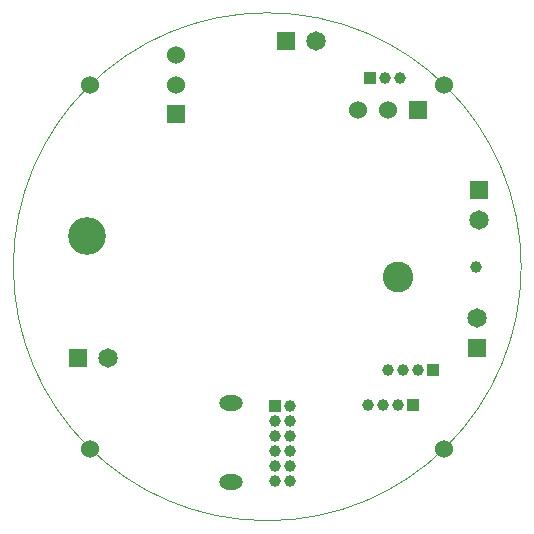
<source format=gbr>
*
*
G04 PADS 9.3 Build Number: 433611 generated Gerber (RS-274-X) file*
G04 PC Version=2.1*
*
%IN "LDC_HW_REV002_Simple2.p"*%
*
%MOIN*%
*
%FSLAX35Y35*%
*
*
*
*
G04 PC Standard Apertures*
*
*
G04 Thermal Relief Aperture macro.*
%AMTER*
1,1,$1,0,0*
1,0,$1-$2,0,0*
21,0,$3,$4,0,0,45*
21,0,$3,$4,0,0,135*
%
*
*
G04 Annular Aperture macro.*
%AMANN*
1,1,$1,0,0*
1,0,$2,0,0*
%
*
*
G04 Odd Aperture macro.*
%AMODD*
1,1,$1,0,0*
1,0,$1-0.005,0,0*
%
*
*
G04 PC Custom Aperture Macros*
*
*
*
*
*
*
G04 PC Aperture Table*
*
%ADD010C,0.001*%
%ADD012R,0.06297X0.06297*%
%ADD020R,0.03937X0.03937*%
%ADD021C,0.03937*%
%ADD031O,0.07874X0.05118*%
%ADD032C,0.06*%
%ADD033R,0.06X0.06*%
%ADD038C,0.00394*%
%ADD040C,0.12598*%
%ADD041C,0.10236*%
%ADD043C,0.06493*%
*
*
*
*
G04 PC Circuitry*
G04 Layer Name LDC_HW_REV002_Simple2.p - circuitry*
%LPD*%
*
*
G04 PC Custom Flashes*
G04 Layer Name LDC_HW_REV002_Simple2.p - flashes*
%LPD*%
*
*
G04 PC Circuitry*
G04 Layer Name LDC_HW_REV002_Simple2.p - circuitry*
%LPD*%
*
G54D10*
G54D12*
G01X399803Y469094D03*
X463780Y366535D03*
X464173Y419291D03*
X330512Y363386D03*
G54D20*
X442126Y347638D03*
X396260Y347441D03*
X427953Y456496D03*
X448819Y359252D03*
G54D21*
X437126Y347638D03*
X432126D03*
X427126D03*
X396260Y342441D03*
Y337441D03*
Y332441D03*
Y327441D03*
Y322441D03*
X401260D03*
Y327441D03*
Y332441D03*
Y337441D03*
Y342441D03*
Y347441D03*
X463189Y393504D03*
X432953Y456496D03*
X437953D03*
X443819Y359252D03*
X438819D03*
X433819D03*
G54D31*
X381693Y348228D03*
Y321850D03*
G54D32*
X334646Y454331D03*
Y333071D03*
X452756Y454331D03*
Y333071D03*
X363189Y454331D03*
Y464173D03*
X433898Y446063D03*
X423898D03*
G54D33*
X363189Y444488D03*
X443898Y446063D03*
G54D38*
X478346Y393701D02*
G75*
G03X478346I-84645J0D01*
G54D40*
G01X333661Y404035D03*
G54D41*
X437402Y390354D03*
G54D43*
X409803Y469094D03*
X463780Y376535D03*
X464173Y409291D03*
X340512Y363386D03*
G74*
X0Y0D02*
M02*

</source>
